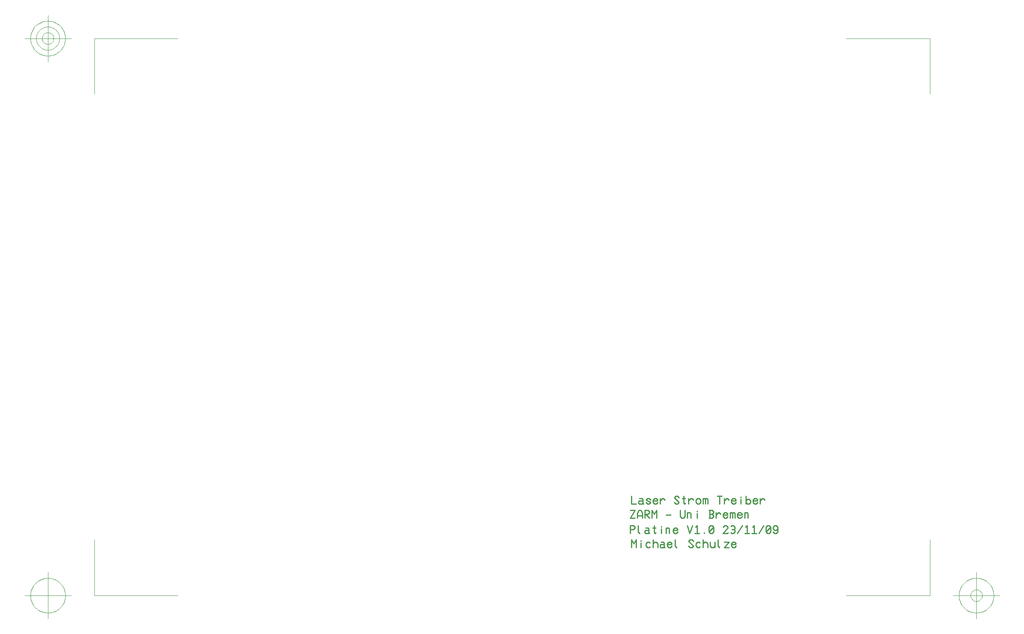
<source format=gbr>
G04 Generated by Ultiboard 10.0 *
%FSLAX25Y25*%
%MOIN*%

%ADD10C,0.01050*%
%ADD11C,0.00394*%


G04 ColorRGB CBCBCB for the following layer *
%LNMechanische Lage 1*%
%LPD*%
%FSLAX25Y25*%
%MOIN*%
G54D10*
X436672Y57325D02*
X440703Y57325D01*
X440703Y57325D02*
X436672Y50576D01*
X436672Y50576D02*
X440703Y50576D01*
X442719Y50576D02*
X442719Y54625D01*
X442719Y54625D02*
X444063Y57325D01*
X444063Y57325D02*
X445407Y57325D01*
X445407Y57325D02*
X446751Y54625D01*
X446751Y54625D02*
X446751Y50576D01*
X442719Y52601D02*
X446751Y52601D01*
X448766Y50576D02*
X448766Y57325D01*
X448766Y57325D02*
X451454Y57325D01*
X451454Y57325D02*
X452798Y55975D01*
X452798Y55975D02*
X452798Y55300D01*
X452798Y55300D02*
X451454Y53951D01*
X451454Y53951D02*
X448766Y53951D01*
X449438Y53951D02*
X452798Y50576D01*
X454814Y50576D02*
X454814Y57325D01*
X454814Y57325D02*
X456829Y53951D01*
X456829Y53951D02*
X458845Y57325D01*
X458845Y57325D02*
X458845Y50576D01*
X466908Y53276D02*
X470940Y53276D01*
X479003Y57325D02*
X479003Y51926D01*
X479003Y51926D02*
X480346Y50576D01*
X480346Y50576D02*
X481690Y50576D01*
X481690Y50576D02*
X483034Y51926D01*
X483034Y51926D02*
X483034Y57325D01*
X485050Y50576D02*
X485050Y54625D01*
X485050Y54625D02*
X485050Y55300D01*
X485050Y54625D02*
X485722Y55300D01*
X485722Y55300D02*
X487066Y55300D01*
X487066Y55300D02*
X487738Y54625D01*
X487738Y54625D02*
X487738Y50576D01*
X493113Y50576D02*
X493113Y54625D01*
X493113Y55975D02*
X493113Y56650D01*
X503192Y50576D02*
X505879Y50576D01*
X505879Y50576D02*
X507223Y51926D01*
X507223Y51926D02*
X507223Y52601D01*
X507223Y52601D02*
X505879Y53951D01*
X505879Y53951D02*
X507223Y55300D01*
X507223Y55300D02*
X507223Y55975D01*
X507223Y55975D02*
X505879Y57325D01*
X505879Y57325D02*
X503864Y57325D01*
X503864Y57325D02*
X503192Y57325D01*
X503864Y53951D02*
X505879Y53951D01*
X503864Y57325D02*
X503864Y50576D01*
X509239Y53276D02*
X511255Y55300D01*
X511255Y55300D02*
X511927Y55300D01*
X511927Y55300D02*
X513270Y53951D01*
X509239Y50576D02*
X509239Y55300D01*
X519318Y51926D02*
X517974Y50576D01*
X517974Y50576D02*
X516630Y50576D01*
X516630Y50576D02*
X515286Y51926D01*
X515286Y51926D02*
X515286Y53951D01*
X515286Y53951D02*
X516630Y55300D01*
X516630Y55300D02*
X517974Y55300D01*
X517974Y55300D02*
X519318Y53951D01*
X519318Y53951D02*
X518646Y53276D01*
X518646Y53276D02*
X515286Y53276D01*
X521333Y50576D02*
X521333Y54625D01*
X521333Y54625D02*
X521333Y55300D01*
X521333Y54625D02*
X522005Y55300D01*
X522005Y55300D02*
X522677Y55300D01*
X522677Y55300D02*
X523349Y54625D01*
X523349Y54625D02*
X524021Y55300D01*
X524021Y55300D02*
X524693Y55300D01*
X524693Y55300D02*
X525365Y54625D01*
X525365Y54625D02*
X525365Y50576D01*
X523349Y54625D02*
X523349Y50576D01*
X531412Y51926D02*
X530068Y50576D01*
X530068Y50576D02*
X528724Y50576D01*
X528724Y50576D02*
X527381Y51926D01*
X527381Y51926D02*
X527381Y53951D01*
X527381Y53951D02*
X528724Y55300D01*
X528724Y55300D02*
X530068Y55300D01*
X530068Y55300D02*
X531412Y53951D01*
X531412Y53951D02*
X530740Y53276D01*
X530740Y53276D02*
X527381Y53276D01*
X533428Y50576D02*
X533428Y54625D01*
X533428Y54625D02*
X533428Y55300D01*
X533428Y54625D02*
X534100Y55300D01*
X534100Y55300D02*
X535444Y55300D01*
X535444Y55300D02*
X536115Y54625D01*
X536115Y54625D02*
X536115Y50576D01*
X436672Y37576D02*
X436672Y44325D01*
X436672Y44325D02*
X439360Y44325D01*
X439360Y44325D02*
X440703Y42975D01*
X440703Y42975D02*
X440703Y42300D01*
X440703Y42300D02*
X439360Y40951D01*
X439360Y40951D02*
X436672Y40951D01*
X443391Y44325D02*
X443391Y38926D01*
X443391Y38926D02*
X444735Y37576D01*
X449438Y42300D02*
X451454Y42300D01*
X451454Y42300D02*
X452126Y41625D01*
X452126Y41625D02*
X452126Y38251D01*
X452126Y38251D02*
X451454Y37576D01*
X451454Y37576D02*
X449438Y37576D01*
X449438Y37576D02*
X448766Y38251D01*
X448766Y38251D02*
X448766Y39601D01*
X448766Y39601D02*
X449438Y40276D01*
X449438Y40276D02*
X452126Y40276D01*
X452126Y38251D02*
X452798Y37576D01*
X458173Y38251D02*
X457501Y37576D01*
X457501Y37576D02*
X456829Y38251D01*
X456829Y38251D02*
X456829Y44325D01*
X455486Y42300D02*
X458173Y42300D01*
X462877Y37576D02*
X462877Y41625D01*
X462877Y42975D02*
X462877Y43650D01*
X466908Y37576D02*
X466908Y41625D01*
X466908Y41625D02*
X466908Y42300D01*
X466908Y41625D02*
X467580Y42300D01*
X467580Y42300D02*
X468924Y42300D01*
X468924Y42300D02*
X469596Y41625D01*
X469596Y41625D02*
X469596Y37576D01*
X476987Y38926D02*
X475643Y37576D01*
X475643Y37576D02*
X474299Y37576D01*
X474299Y37576D02*
X472955Y38926D01*
X472955Y38926D02*
X472955Y40951D01*
X472955Y40951D02*
X474299Y42300D01*
X474299Y42300D02*
X475643Y42300D01*
X475643Y42300D02*
X476987Y40951D01*
X476987Y40951D02*
X476315Y40276D01*
X476315Y40276D02*
X472955Y40276D01*
X485050Y44325D02*
X487066Y37576D01*
X487066Y37576D02*
X489081Y44325D01*
X491769Y42975D02*
X493113Y44325D01*
X493113Y44325D02*
X493113Y37576D01*
X491097Y37576D02*
X495129Y37576D01*
X499160Y37576D02*
X499160Y38251D01*
X503192Y42975D02*
X504535Y44325D01*
X504535Y44325D02*
X505879Y44325D01*
X505879Y44325D02*
X507223Y42975D01*
X507223Y42975D02*
X507223Y38926D01*
X507223Y38926D02*
X505879Y37576D01*
X505879Y37576D02*
X504535Y37576D01*
X504535Y37576D02*
X503192Y38926D01*
X503192Y38926D02*
X503192Y42975D01*
X507223Y42975D02*
X503192Y38926D01*
X515286Y42975D02*
X516630Y44325D01*
X516630Y44325D02*
X517974Y44325D01*
X517974Y44325D02*
X519318Y42975D01*
X519318Y42975D02*
X519318Y42300D01*
X519318Y42300D02*
X515286Y37576D01*
X515286Y37576D02*
X519318Y37576D01*
X519318Y37576D02*
X519318Y38251D01*
X522005Y43650D02*
X522677Y44325D01*
X522677Y44325D02*
X524021Y44325D01*
X524021Y44325D02*
X525365Y42975D01*
X525365Y42975D02*
X525365Y41625D01*
X525365Y41625D02*
X524693Y40951D01*
X524693Y40951D02*
X525365Y40276D01*
X525365Y40276D02*
X525365Y38926D01*
X525365Y38926D02*
X524021Y37576D01*
X524021Y37576D02*
X522677Y37576D01*
X522677Y37576D02*
X522005Y38251D01*
X522677Y40951D02*
X524693Y40951D01*
X531412Y44325D02*
X527381Y37576D01*
X534100Y42975D02*
X535444Y44325D01*
X535444Y44325D02*
X535444Y37576D01*
X533428Y37576D02*
X537459Y37576D01*
X540147Y42975D02*
X541491Y44325D01*
X541491Y44325D02*
X541491Y37576D01*
X539475Y37576D02*
X543507Y37576D01*
X549554Y44325D02*
X545522Y37576D01*
X551570Y42975D02*
X552913Y44325D01*
X552913Y44325D02*
X554257Y44325D01*
X554257Y44325D02*
X555601Y42975D01*
X555601Y42975D02*
X555601Y38926D01*
X555601Y38926D02*
X554257Y37576D01*
X554257Y37576D02*
X552913Y37576D01*
X552913Y37576D02*
X551570Y38926D01*
X551570Y38926D02*
X551570Y42975D01*
X555601Y42975D02*
X551570Y38926D01*
X557617Y38926D02*
X558961Y37576D01*
X558961Y37576D02*
X560304Y37576D01*
X560304Y37576D02*
X561648Y38926D01*
X561648Y38926D02*
X561648Y41625D01*
X561648Y41625D02*
X561648Y42975D01*
X561648Y42975D02*
X560304Y44325D01*
X560304Y44325D02*
X558961Y44325D01*
X558961Y44325D02*
X557617Y42975D01*
X557617Y42975D02*
X557617Y41625D01*
X557617Y41625D02*
X558961Y40276D01*
X558961Y40276D02*
X560304Y40276D01*
X560304Y40276D02*
X561648Y41625D01*
X437672Y25576D02*
X437672Y32325D01*
X437672Y32325D02*
X439688Y28951D01*
X439688Y28951D02*
X441703Y32325D01*
X441703Y32325D02*
X441703Y25576D01*
X445735Y25576D02*
X445735Y29625D01*
X445735Y30975D02*
X445735Y31650D01*
X453126Y26251D02*
X452454Y25576D01*
X452454Y25576D02*
X451110Y25576D01*
X451110Y25576D02*
X449766Y26926D01*
X449766Y26926D02*
X449766Y28951D01*
X449766Y28951D02*
X451110Y30300D01*
X451110Y30300D02*
X452454Y30300D01*
X452454Y30300D02*
X453126Y29625D01*
X455814Y28951D02*
X457157Y30300D01*
X457157Y30300D02*
X458501Y30300D01*
X458501Y30300D02*
X459845Y28951D01*
X459845Y28951D02*
X459845Y25576D01*
X455814Y32325D02*
X455814Y25576D01*
X462533Y30300D02*
X464549Y30300D01*
X464549Y30300D02*
X465220Y29625D01*
X465220Y29625D02*
X465220Y26251D01*
X465220Y26251D02*
X464549Y25576D01*
X464549Y25576D02*
X462533Y25576D01*
X462533Y25576D02*
X461861Y26251D01*
X461861Y26251D02*
X461861Y27601D01*
X461861Y27601D02*
X462533Y28276D01*
X462533Y28276D02*
X465220Y28276D01*
X465220Y26251D02*
X465892Y25576D01*
X471940Y26926D02*
X470596Y25576D01*
X470596Y25576D02*
X469252Y25576D01*
X469252Y25576D02*
X467908Y26926D01*
X467908Y26926D02*
X467908Y28951D01*
X467908Y28951D02*
X469252Y30300D01*
X469252Y30300D02*
X470596Y30300D01*
X470596Y30300D02*
X471940Y28951D01*
X471940Y28951D02*
X471268Y28276D01*
X471268Y28276D02*
X467908Y28276D01*
X474627Y32325D02*
X474627Y26926D01*
X474627Y26926D02*
X475971Y25576D01*
X486050Y26926D02*
X487394Y25576D01*
X487394Y25576D02*
X488738Y25576D01*
X488738Y25576D02*
X490081Y26926D01*
X490081Y26926D02*
X486050Y30975D01*
X486050Y30975D02*
X487394Y32325D01*
X487394Y32325D02*
X488738Y32325D01*
X488738Y32325D02*
X490081Y30975D01*
X495457Y26251D02*
X494785Y25576D01*
X494785Y25576D02*
X493441Y25576D01*
X493441Y25576D02*
X492097Y26926D01*
X492097Y26926D02*
X492097Y28951D01*
X492097Y28951D02*
X493441Y30300D01*
X493441Y30300D02*
X494785Y30300D01*
X494785Y30300D02*
X495457Y29625D01*
X498144Y28951D02*
X499488Y30300D01*
X499488Y30300D02*
X500832Y30300D01*
X500832Y30300D02*
X502176Y28951D01*
X502176Y28951D02*
X502176Y25576D01*
X498144Y32325D02*
X498144Y25576D01*
X504192Y30300D02*
X504192Y26926D01*
X504192Y26926D02*
X505535Y25576D01*
X505535Y25576D02*
X506879Y25576D01*
X506879Y25576D02*
X508223Y26926D01*
X508223Y26926D02*
X508223Y30300D01*
X508223Y26926D02*
X508223Y25576D01*
X510911Y32325D02*
X510911Y26926D01*
X510911Y26926D02*
X512255Y25576D01*
X516286Y30300D02*
X520318Y30300D01*
X520318Y30300D02*
X516286Y25576D01*
X516286Y25576D02*
X520318Y25576D01*
X526365Y26926D02*
X525021Y25576D01*
X525021Y25576D02*
X523677Y25576D01*
X523677Y25576D02*
X522333Y26926D01*
X522333Y26926D02*
X522333Y28951D01*
X522333Y28951D02*
X523677Y30300D01*
X523677Y30300D02*
X525021Y30300D01*
X525021Y30300D02*
X526365Y28951D01*
X526365Y28951D02*
X525693Y28276D01*
X525693Y28276D02*
X522333Y28276D01*
X437672Y69325D02*
X437672Y62576D01*
X437672Y62576D02*
X441703Y62576D01*
X444391Y67300D02*
X446407Y67300D01*
X446407Y67300D02*
X447079Y66625D01*
X447079Y66625D02*
X447079Y63251D01*
X447079Y63251D02*
X446407Y62576D01*
X446407Y62576D02*
X444391Y62576D01*
X444391Y62576D02*
X443719Y63251D01*
X443719Y63251D02*
X443719Y64601D01*
X443719Y64601D02*
X444391Y65276D01*
X444391Y65276D02*
X447079Y65276D01*
X447079Y63251D02*
X447751Y62576D01*
X449766Y63926D02*
X451110Y62576D01*
X451110Y62576D02*
X452454Y62576D01*
X452454Y62576D02*
X453798Y63926D01*
X453798Y63926D02*
X449766Y65951D01*
X449766Y65951D02*
X451110Y67300D01*
X451110Y67300D02*
X452454Y67300D01*
X452454Y67300D02*
X453798Y65951D01*
X459845Y63926D02*
X458501Y62576D01*
X458501Y62576D02*
X457157Y62576D01*
X457157Y62576D02*
X455814Y63926D01*
X455814Y63926D02*
X455814Y65951D01*
X455814Y65951D02*
X457157Y67300D01*
X457157Y67300D02*
X458501Y67300D01*
X458501Y67300D02*
X459845Y65951D01*
X459845Y65951D02*
X459173Y65276D01*
X459173Y65276D02*
X455814Y65276D01*
X461861Y65276D02*
X463877Y67300D01*
X463877Y67300D02*
X464549Y67300D01*
X464549Y67300D02*
X465892Y65951D01*
X461861Y62576D02*
X461861Y67300D01*
X473955Y63926D02*
X475299Y62576D01*
X475299Y62576D02*
X476643Y62576D01*
X476643Y62576D02*
X477987Y63926D01*
X477987Y63926D02*
X473955Y67975D01*
X473955Y67975D02*
X475299Y69325D01*
X475299Y69325D02*
X476643Y69325D01*
X476643Y69325D02*
X477987Y67975D01*
X483362Y63251D02*
X482690Y62576D01*
X482690Y62576D02*
X482018Y63251D01*
X482018Y63251D02*
X482018Y69325D01*
X480675Y67300D02*
X483362Y67300D01*
X486050Y65276D02*
X488066Y67300D01*
X488066Y67300D02*
X488738Y67300D01*
X488738Y67300D02*
X490081Y65951D01*
X486050Y62576D02*
X486050Y67300D01*
X492097Y63926D02*
X493441Y62576D01*
X493441Y62576D02*
X494785Y62576D01*
X494785Y62576D02*
X496129Y63926D01*
X496129Y63926D02*
X496129Y65951D01*
X496129Y65951D02*
X494785Y67300D01*
X494785Y67300D02*
X493441Y67300D01*
X493441Y67300D02*
X492097Y65951D01*
X492097Y65951D02*
X492097Y63926D01*
X498144Y62576D02*
X498144Y66625D01*
X498144Y66625D02*
X498144Y67300D01*
X498144Y66625D02*
X498816Y67300D01*
X498816Y67300D02*
X499488Y67300D01*
X499488Y67300D02*
X500160Y66625D01*
X500160Y66625D02*
X500832Y67300D01*
X500832Y67300D02*
X501504Y67300D01*
X501504Y67300D02*
X502176Y66625D01*
X502176Y66625D02*
X502176Y62576D01*
X500160Y66625D02*
X500160Y62576D01*
X512255Y62576D02*
X512255Y69325D01*
X510239Y69325D02*
X514270Y69325D01*
X516286Y65276D02*
X518302Y67300D01*
X518302Y67300D02*
X518974Y67300D01*
X518974Y67300D02*
X520318Y65951D01*
X516286Y62576D02*
X516286Y67300D01*
X526365Y63926D02*
X525021Y62576D01*
X525021Y62576D02*
X523677Y62576D01*
X523677Y62576D02*
X522333Y63926D01*
X522333Y63926D02*
X522333Y65951D01*
X522333Y65951D02*
X523677Y67300D01*
X523677Y67300D02*
X525021Y67300D01*
X525021Y67300D02*
X526365Y65951D01*
X526365Y65951D02*
X525693Y65276D01*
X525693Y65276D02*
X522333Y65276D01*
X530396Y62576D02*
X530396Y66625D01*
X530396Y67975D02*
X530396Y68650D01*
X534428Y63926D02*
X535772Y62576D01*
X535772Y62576D02*
X537115Y62576D01*
X537115Y62576D02*
X538459Y63926D01*
X538459Y63926D02*
X538459Y65276D01*
X538459Y65276D02*
X537115Y66625D01*
X537115Y66625D02*
X535772Y66625D01*
X535772Y66625D02*
X534428Y65276D01*
X534428Y69325D02*
X534428Y62576D01*
X544507Y63926D02*
X543163Y62576D01*
X543163Y62576D02*
X541819Y62576D01*
X541819Y62576D02*
X540475Y63926D01*
X540475Y63926D02*
X540475Y65951D01*
X540475Y65951D02*
X541819Y67300D01*
X541819Y67300D02*
X543163Y67300D01*
X543163Y67300D02*
X544507Y65951D01*
X544507Y65951D02*
X543835Y65276D01*
X543835Y65276D02*
X540475Y65276D01*
X546522Y65276D02*
X548538Y67300D01*
X548538Y67300D02*
X549210Y67300D01*
X549210Y67300D02*
X550554Y65951D01*
X546522Y62576D02*
X546522Y67300D01*
G54D11*
X-17512Y-14937D02*
X-17512Y32308D01*
X-17512Y-14937D02*
X53291Y-14937D01*
X690512Y-14937D02*
X619709Y-14937D01*
X690512Y-14937D02*
X690512Y32308D01*
X690512Y457512D02*
X690512Y410267D01*
X690512Y457512D02*
X619709Y457512D01*
X-17512Y457512D02*
X53291Y457512D01*
X-17512Y457512D02*
X-17512Y410267D01*
X-37197Y-14937D02*
X-76567Y-14937D01*
X-56882Y-34622D02*
X-56882Y4748D01*
X-42118Y-14937D02*
X-42189Y-13490D01*
X-42189Y-13490D02*
X-42402Y-12057D01*
X-42402Y-12057D02*
X-42754Y-10651D01*
X-42754Y-10651D02*
X-43242Y-9287D01*
X-43242Y-9287D02*
X-43861Y-7977D01*
X-43861Y-7977D02*
X-44606Y-6735D01*
X-44606Y-6735D02*
X-45469Y-5571D01*
X-45469Y-5571D02*
X-46442Y-4497D01*
X-46442Y-4497D02*
X-47516Y-3524D01*
X-47516Y-3524D02*
X-48680Y-2661D01*
X-48680Y-2661D02*
X-49922Y-1917D01*
X-49922Y-1917D02*
X-51232Y-1297D01*
X-51232Y-1297D02*
X-52596Y-809D01*
X-52596Y-809D02*
X-54002Y-457D01*
X-54002Y-457D02*
X-55435Y-244D01*
X-55435Y-244D02*
X-56882Y-173D01*
X-56882Y-173D02*
X-58329Y-244D01*
X-58329Y-244D02*
X-59762Y-457D01*
X-59762Y-457D02*
X-61168Y-809D01*
X-61168Y-809D02*
X-62532Y-1297D01*
X-62532Y-1297D02*
X-63841Y-1917D01*
X-63841Y-1917D02*
X-65084Y-2661D01*
X-65084Y-2661D02*
X-66248Y-3524D01*
X-66248Y-3524D02*
X-67321Y-4497D01*
X-67321Y-4497D02*
X-68294Y-5571D01*
X-68294Y-5571D02*
X-69158Y-6735D01*
X-69158Y-6735D02*
X-69902Y-7977D01*
X-69902Y-7977D02*
X-70522Y-9287D01*
X-70522Y-9287D02*
X-71010Y-10651D01*
X-71010Y-10651D02*
X-71362Y-12057D01*
X-71362Y-12057D02*
X-71575Y-13490D01*
X-71575Y-13490D02*
X-71646Y-14937D01*
X-71646Y-14937D02*
X-71575Y-16384D01*
X-71575Y-16384D02*
X-71362Y-17817D01*
X-71362Y-17817D02*
X-71010Y-19223D01*
X-71010Y-19223D02*
X-70522Y-20587D01*
X-70522Y-20587D02*
X-69902Y-21897D01*
X-69902Y-21897D02*
X-69158Y-23139D01*
X-69158Y-23139D02*
X-68294Y-24303D01*
X-68294Y-24303D02*
X-67321Y-25377D01*
X-67321Y-25377D02*
X-66248Y-26350D01*
X-66248Y-26350D02*
X-65084Y-27213D01*
X-65084Y-27213D02*
X-63841Y-27957D01*
X-63841Y-27957D02*
X-62532Y-28577D01*
X-62532Y-28577D02*
X-61168Y-29065D01*
X-61168Y-29065D02*
X-59762Y-29417D01*
X-59762Y-29417D02*
X-58329Y-29630D01*
X-58329Y-29630D02*
X-56882Y-29701D01*
X-56882Y-29701D02*
X-55435Y-29630D01*
X-55435Y-29630D02*
X-54002Y-29417D01*
X-54002Y-29417D02*
X-52596Y-29065D01*
X-52596Y-29065D02*
X-51232Y-28577D01*
X-51232Y-28577D02*
X-49922Y-27957D01*
X-49922Y-27957D02*
X-48680Y-27213D01*
X-48680Y-27213D02*
X-47516Y-26350D01*
X-47516Y-26350D02*
X-46442Y-25377D01*
X-46442Y-25377D02*
X-45469Y-24303D01*
X-45469Y-24303D02*
X-44606Y-23139D01*
X-44606Y-23139D02*
X-43861Y-21897D01*
X-43861Y-21897D02*
X-43242Y-20587D01*
X-43242Y-20587D02*
X-42754Y-19223D01*
X-42754Y-19223D02*
X-42402Y-17817D01*
X-42402Y-17817D02*
X-42189Y-16384D01*
X-42189Y-16384D02*
X-42118Y-14937D01*
X710197Y-14937D02*
X749567Y-14937D01*
X729882Y-34622D02*
X729882Y4748D01*
X744646Y-14937D02*
X744575Y-13490D01*
X744575Y-13490D02*
X744362Y-12057D01*
X744362Y-12057D02*
X744010Y-10651D01*
X744010Y-10651D02*
X743522Y-9287D01*
X743522Y-9287D02*
X742902Y-7977D01*
X742902Y-7977D02*
X742158Y-6735D01*
X742158Y-6735D02*
X741294Y-5571D01*
X741294Y-5571D02*
X740321Y-4497D01*
X740321Y-4497D02*
X739248Y-3524D01*
X739248Y-3524D02*
X738084Y-2661D01*
X738084Y-2661D02*
X736841Y-1917D01*
X736841Y-1917D02*
X735532Y-1297D01*
X735532Y-1297D02*
X734168Y-809D01*
X734168Y-809D02*
X732762Y-457D01*
X732762Y-457D02*
X731329Y-244D01*
X731329Y-244D02*
X729882Y-173D01*
X729882Y-173D02*
X728435Y-244D01*
X728435Y-244D02*
X727002Y-457D01*
X727002Y-457D02*
X725596Y-809D01*
X725596Y-809D02*
X724232Y-1297D01*
X724232Y-1297D02*
X722922Y-1917D01*
X722922Y-1917D02*
X721680Y-2661D01*
X721680Y-2661D02*
X720516Y-3524D01*
X720516Y-3524D02*
X719442Y-4497D01*
X719442Y-4497D02*
X718469Y-5571D01*
X718469Y-5571D02*
X717606Y-6735D01*
X717606Y-6735D02*
X716861Y-7977D01*
X716861Y-7977D02*
X716242Y-9287D01*
X716242Y-9287D02*
X715754Y-10651D01*
X715754Y-10651D02*
X715402Y-12057D01*
X715402Y-12057D02*
X715189Y-13490D01*
X715189Y-13490D02*
X715118Y-14937D01*
X715118Y-14937D02*
X715189Y-16384D01*
X715189Y-16384D02*
X715402Y-17817D01*
X715402Y-17817D02*
X715754Y-19223D01*
X715754Y-19223D02*
X716242Y-20587D01*
X716242Y-20587D02*
X716861Y-21897D01*
X716861Y-21897D02*
X717606Y-23139D01*
X717606Y-23139D02*
X718469Y-24303D01*
X718469Y-24303D02*
X719442Y-25377D01*
X719442Y-25377D02*
X720516Y-26350D01*
X720516Y-26350D02*
X721680Y-27213D01*
X721680Y-27213D02*
X722922Y-27957D01*
X722922Y-27957D02*
X724232Y-28577D01*
X724232Y-28577D02*
X725596Y-29065D01*
X725596Y-29065D02*
X727002Y-29417D01*
X727002Y-29417D02*
X728435Y-29630D01*
X728435Y-29630D02*
X729882Y-29701D01*
X729882Y-29701D02*
X731329Y-29630D01*
X731329Y-29630D02*
X732762Y-29417D01*
X732762Y-29417D02*
X734168Y-29065D01*
X734168Y-29065D02*
X735532Y-28577D01*
X735532Y-28577D02*
X736841Y-27957D01*
X736841Y-27957D02*
X738084Y-27213D01*
X738084Y-27213D02*
X739248Y-26350D01*
X739248Y-26350D02*
X740321Y-25377D01*
X740321Y-25377D02*
X741294Y-24303D01*
X741294Y-24303D02*
X742158Y-23139D01*
X742158Y-23139D02*
X742902Y-21897D01*
X742902Y-21897D02*
X743522Y-20587D01*
X743522Y-20587D02*
X744010Y-19223D01*
X744010Y-19223D02*
X744362Y-17817D01*
X744362Y-17817D02*
X744575Y-16384D01*
X744575Y-16384D02*
X744646Y-14937D01*
X734803Y-14937D02*
X734779Y-14455D01*
X734779Y-14455D02*
X734709Y-13977D01*
X734709Y-13977D02*
X734591Y-13508D01*
X734591Y-13508D02*
X734429Y-13054D01*
X734429Y-13054D02*
X734222Y-12617D01*
X734222Y-12617D02*
X733974Y-12203D01*
X733974Y-12203D02*
X733686Y-11815D01*
X733686Y-11815D02*
X733362Y-11457D01*
X733362Y-11457D02*
X733004Y-11133D01*
X733004Y-11133D02*
X732616Y-10845D01*
X732616Y-10845D02*
X732202Y-10597D01*
X732202Y-10597D02*
X731765Y-10390D01*
X731765Y-10390D02*
X731310Y-10228D01*
X731310Y-10228D02*
X730842Y-10110D01*
X730842Y-10110D02*
X730364Y-10039D01*
X730364Y-10039D02*
X729882Y-10016D01*
X729882Y-10016D02*
X729400Y-10039D01*
X729400Y-10039D02*
X728922Y-10110D01*
X728922Y-10110D02*
X728453Y-10228D01*
X728453Y-10228D02*
X727999Y-10390D01*
X727999Y-10390D02*
X727562Y-10597D01*
X727562Y-10597D02*
X727148Y-10845D01*
X727148Y-10845D02*
X726760Y-11133D01*
X726760Y-11133D02*
X726402Y-11457D01*
X726402Y-11457D02*
X726078Y-11815D01*
X726078Y-11815D02*
X725790Y-12203D01*
X725790Y-12203D02*
X725542Y-12617D01*
X725542Y-12617D02*
X725335Y-13054D01*
X725335Y-13054D02*
X725173Y-13508D01*
X725173Y-13508D02*
X725055Y-13977D01*
X725055Y-13977D02*
X724984Y-14455D01*
X724984Y-14455D02*
X724961Y-14937D01*
X724961Y-14937D02*
X724984Y-15419D01*
X724984Y-15419D02*
X725055Y-15897D01*
X725055Y-15897D02*
X725173Y-16366D01*
X725173Y-16366D02*
X725335Y-16820D01*
X725335Y-16820D02*
X725542Y-17257D01*
X725542Y-17257D02*
X725790Y-17671D01*
X725790Y-17671D02*
X726078Y-18059D01*
X726078Y-18059D02*
X726402Y-18417D01*
X726402Y-18417D02*
X726760Y-18741D01*
X726760Y-18741D02*
X727148Y-19029D01*
X727148Y-19029D02*
X727562Y-19277D01*
X727562Y-19277D02*
X727999Y-19484D01*
X727999Y-19484D02*
X728453Y-19646D01*
X728453Y-19646D02*
X728922Y-19764D01*
X728922Y-19764D02*
X729400Y-19835D01*
X729400Y-19835D02*
X729882Y-19858D01*
X729882Y-19858D02*
X730364Y-19835D01*
X730364Y-19835D02*
X730842Y-19764D01*
X730842Y-19764D02*
X731310Y-19646D01*
X731310Y-19646D02*
X731765Y-19484D01*
X731765Y-19484D02*
X732202Y-19277D01*
X732202Y-19277D02*
X732616Y-19029D01*
X732616Y-19029D02*
X733004Y-18741D01*
X733004Y-18741D02*
X733362Y-18417D01*
X733362Y-18417D02*
X733686Y-18059D01*
X733686Y-18059D02*
X733974Y-17671D01*
X733974Y-17671D02*
X734222Y-17257D01*
X734222Y-17257D02*
X734429Y-16820D01*
X734429Y-16820D02*
X734591Y-16366D01*
X734591Y-16366D02*
X734709Y-15897D01*
X734709Y-15897D02*
X734779Y-15419D01*
X734779Y-15419D02*
X734803Y-14937D01*
X-37197Y457512D02*
X-76567Y457512D01*
X-56882Y437827D02*
X-56882Y477197D01*
X-42118Y457512D02*
X-42189Y458959D01*
X-42189Y458959D02*
X-42402Y460392D01*
X-42402Y460392D02*
X-42754Y461798D01*
X-42754Y461798D02*
X-43242Y463162D01*
X-43242Y463162D02*
X-43861Y464471D01*
X-43861Y464471D02*
X-44606Y465714D01*
X-44606Y465714D02*
X-45469Y466878D01*
X-45469Y466878D02*
X-46442Y467951D01*
X-46442Y467951D02*
X-47516Y468924D01*
X-47516Y468924D02*
X-48680Y469787D01*
X-48680Y469787D02*
X-49922Y470532D01*
X-49922Y470532D02*
X-51232Y471152D01*
X-51232Y471152D02*
X-52596Y471640D01*
X-52596Y471640D02*
X-54002Y471992D01*
X-54002Y471992D02*
X-55435Y472205D01*
X-55435Y472205D02*
X-56882Y472276D01*
X-56882Y472276D02*
X-58329Y472205D01*
X-58329Y472205D02*
X-59762Y471992D01*
X-59762Y471992D02*
X-61168Y471640D01*
X-61168Y471640D02*
X-62532Y471152D01*
X-62532Y471152D02*
X-63841Y470532D01*
X-63841Y470532D02*
X-65084Y469787D01*
X-65084Y469787D02*
X-66248Y468924D01*
X-66248Y468924D02*
X-67321Y467951D01*
X-67321Y467951D02*
X-68294Y466878D01*
X-68294Y466878D02*
X-69158Y465714D01*
X-69158Y465714D02*
X-69902Y464471D01*
X-69902Y464471D02*
X-70522Y463162D01*
X-70522Y463162D02*
X-71010Y461798D01*
X-71010Y461798D02*
X-71362Y460392D01*
X-71362Y460392D02*
X-71575Y458959D01*
X-71575Y458959D02*
X-71646Y457512D01*
X-71646Y457512D02*
X-71575Y456065D01*
X-71575Y456065D02*
X-71362Y454632D01*
X-71362Y454632D02*
X-71010Y453226D01*
X-71010Y453226D02*
X-70522Y451862D01*
X-70522Y451862D02*
X-69902Y450552D01*
X-69902Y450552D02*
X-69158Y449310D01*
X-69158Y449310D02*
X-68294Y448146D01*
X-68294Y448146D02*
X-67321Y447072D01*
X-67321Y447072D02*
X-66248Y446099D01*
X-66248Y446099D02*
X-65084Y445236D01*
X-65084Y445236D02*
X-63841Y444491D01*
X-63841Y444491D02*
X-62532Y443872D01*
X-62532Y443872D02*
X-61168Y443384D01*
X-61168Y443384D02*
X-59762Y443032D01*
X-59762Y443032D02*
X-58329Y442819D01*
X-58329Y442819D02*
X-56882Y442748D01*
X-56882Y442748D02*
X-55435Y442819D01*
X-55435Y442819D02*
X-54002Y443032D01*
X-54002Y443032D02*
X-52596Y443384D01*
X-52596Y443384D02*
X-51232Y443872D01*
X-51232Y443872D02*
X-49922Y444491D01*
X-49922Y444491D02*
X-48680Y445236D01*
X-48680Y445236D02*
X-47516Y446099D01*
X-47516Y446099D02*
X-46442Y447072D01*
X-46442Y447072D02*
X-45469Y448146D01*
X-45469Y448146D02*
X-44606Y449310D01*
X-44606Y449310D02*
X-43861Y450552D01*
X-43861Y450552D02*
X-43242Y451862D01*
X-43242Y451862D02*
X-42754Y453226D01*
X-42754Y453226D02*
X-42402Y454632D01*
X-42402Y454632D02*
X-42189Y456065D01*
X-42189Y456065D02*
X-42118Y457512D01*
X-47039Y457512D02*
X-47087Y458477D01*
X-47087Y458477D02*
X-47228Y459432D01*
X-47228Y459432D02*
X-47463Y460369D01*
X-47463Y460369D02*
X-47789Y461278D01*
X-47789Y461278D02*
X-48202Y462152D01*
X-48202Y462152D02*
X-48698Y462980D01*
X-48698Y462980D02*
X-49274Y463756D01*
X-49274Y463756D02*
X-49922Y464472D01*
X-49922Y464472D02*
X-50638Y465120D01*
X-50638Y465120D02*
X-51414Y465696D01*
X-51414Y465696D02*
X-52242Y466192D01*
X-52242Y466192D02*
X-53115Y466605D01*
X-53115Y466605D02*
X-54025Y466931D01*
X-54025Y466931D02*
X-54962Y467165D01*
X-54962Y467165D02*
X-55917Y467307D01*
X-55917Y467307D02*
X-56882Y467354D01*
X-56882Y467354D02*
X-57847Y467307D01*
X-57847Y467307D02*
X-58802Y467165D01*
X-58802Y467165D02*
X-59739Y466931D01*
X-59739Y466931D02*
X-60648Y466605D01*
X-60648Y466605D02*
X-61522Y466192D01*
X-61522Y466192D02*
X-62350Y465696D01*
X-62350Y465696D02*
X-63126Y465120D01*
X-63126Y465120D02*
X-63842Y464472D01*
X-63842Y464472D02*
X-64490Y463756D01*
X-64490Y463756D02*
X-65066Y462980D01*
X-65066Y462980D02*
X-65562Y462152D01*
X-65562Y462152D02*
X-65975Y461278D01*
X-65975Y461278D02*
X-66301Y460369D01*
X-66301Y460369D02*
X-66535Y459432D01*
X-66535Y459432D02*
X-66677Y458477D01*
X-66677Y458477D02*
X-66724Y457512D01*
X-66724Y457512D02*
X-66677Y456547D01*
X-66677Y456547D02*
X-66535Y455592D01*
X-66535Y455592D02*
X-66301Y454655D01*
X-66301Y454655D02*
X-65975Y453745D01*
X-65975Y453745D02*
X-65562Y452872D01*
X-65562Y452872D02*
X-65066Y452044D01*
X-65066Y452044D02*
X-64490Y451268D01*
X-64490Y451268D02*
X-63842Y450552D01*
X-63842Y450552D02*
X-63126Y449903D01*
X-63126Y449903D02*
X-62350Y449328D01*
X-62350Y449328D02*
X-61522Y448831D01*
X-61522Y448831D02*
X-60648Y448419D01*
X-60648Y448419D02*
X-59739Y448093D01*
X-59739Y448093D02*
X-58802Y447858D01*
X-58802Y447858D02*
X-57847Y447717D01*
X-57847Y447717D02*
X-56882Y447669D01*
X-56882Y447669D02*
X-55917Y447717D01*
X-55917Y447717D02*
X-54962Y447858D01*
X-54962Y447858D02*
X-54025Y448093D01*
X-54025Y448093D02*
X-53115Y448419D01*
X-53115Y448419D02*
X-52242Y448831D01*
X-52242Y448831D02*
X-51414Y449328D01*
X-51414Y449328D02*
X-50638Y449903D01*
X-50638Y449903D02*
X-49922Y450552D01*
X-49922Y450552D02*
X-49274Y451268D01*
X-49274Y451268D02*
X-48698Y452044D01*
X-48698Y452044D02*
X-48202Y452872D01*
X-48202Y452872D02*
X-47789Y453745D01*
X-47789Y453745D02*
X-47463Y454655D01*
X-47463Y454655D02*
X-47228Y455592D01*
X-47228Y455592D02*
X-47087Y456547D01*
X-47087Y456547D02*
X-47039Y457512D01*
X-51961Y457512D02*
X-51984Y457994D01*
X-51984Y457994D02*
X-52055Y458472D01*
X-52055Y458472D02*
X-52173Y458940D01*
X-52173Y458940D02*
X-52335Y459395D01*
X-52335Y459395D02*
X-52542Y459832D01*
X-52542Y459832D02*
X-52790Y460246D01*
X-52790Y460246D02*
X-53078Y460634D01*
X-53078Y460634D02*
X-53402Y460992D01*
X-53402Y460992D02*
X-53760Y461316D01*
X-53760Y461316D02*
X-54148Y461604D01*
X-54148Y461604D02*
X-54562Y461852D01*
X-54562Y461852D02*
X-54999Y462058D01*
X-54999Y462058D02*
X-55453Y462221D01*
X-55453Y462221D02*
X-55922Y462339D01*
X-55922Y462339D02*
X-56400Y462409D01*
X-56400Y462409D02*
X-56882Y462433D01*
X-56882Y462433D02*
X-57364Y462409D01*
X-57364Y462409D02*
X-57842Y462339D01*
X-57842Y462339D02*
X-58310Y462221D01*
X-58310Y462221D02*
X-58765Y462058D01*
X-58765Y462058D02*
X-59202Y461852D01*
X-59202Y461852D02*
X-59616Y461604D01*
X-59616Y461604D02*
X-60004Y461316D01*
X-60004Y461316D02*
X-60362Y460992D01*
X-60362Y460992D02*
X-60686Y460634D01*
X-60686Y460634D02*
X-60974Y460246D01*
X-60974Y460246D02*
X-61222Y459832D01*
X-61222Y459832D02*
X-61429Y459395D01*
X-61429Y459395D02*
X-61591Y458940D01*
X-61591Y458940D02*
X-61709Y458472D01*
X-61709Y458472D02*
X-61779Y457994D01*
X-61779Y457994D02*
X-61803Y457512D01*
X-61803Y457512D02*
X-61779Y457029D01*
X-61779Y457029D02*
X-61709Y456552D01*
X-61709Y456552D02*
X-61591Y456083D01*
X-61591Y456083D02*
X-61429Y455629D01*
X-61429Y455629D02*
X-61222Y455192D01*
X-61222Y455192D02*
X-60974Y454778D01*
X-60974Y454778D02*
X-60686Y454390D01*
X-60686Y454390D02*
X-60362Y454032D01*
X-60362Y454032D02*
X-60004Y453708D01*
X-60004Y453708D02*
X-59616Y453420D01*
X-59616Y453420D02*
X-59202Y453172D01*
X-59202Y453172D02*
X-58765Y452965D01*
X-58765Y452965D02*
X-58310Y452802D01*
X-58310Y452802D02*
X-57842Y452685D01*
X-57842Y452685D02*
X-57364Y452614D01*
X-57364Y452614D02*
X-56882Y452591D01*
X-56882Y452591D02*
X-56400Y452614D01*
X-56400Y452614D02*
X-55922Y452685D01*
X-55922Y452685D02*
X-55453Y452802D01*
X-55453Y452802D02*
X-54999Y452965D01*
X-54999Y452965D02*
X-54562Y453172D01*
X-54562Y453172D02*
X-54148Y453420D01*
X-54148Y453420D02*
X-53760Y453708D01*
X-53760Y453708D02*
X-53402Y454032D01*
X-53402Y454032D02*
X-53078Y454390D01*
X-53078Y454390D02*
X-52790Y454778D01*
X-52790Y454778D02*
X-52542Y455192D01*
X-52542Y455192D02*
X-52335Y455629D01*
X-52335Y455629D02*
X-52173Y456083D01*
X-52173Y456083D02*
X-52055Y456552D01*
X-52055Y456552D02*
X-51984Y457029D01*
X-51984Y457029D02*
X-51961Y457512D01*

M00*

</source>
